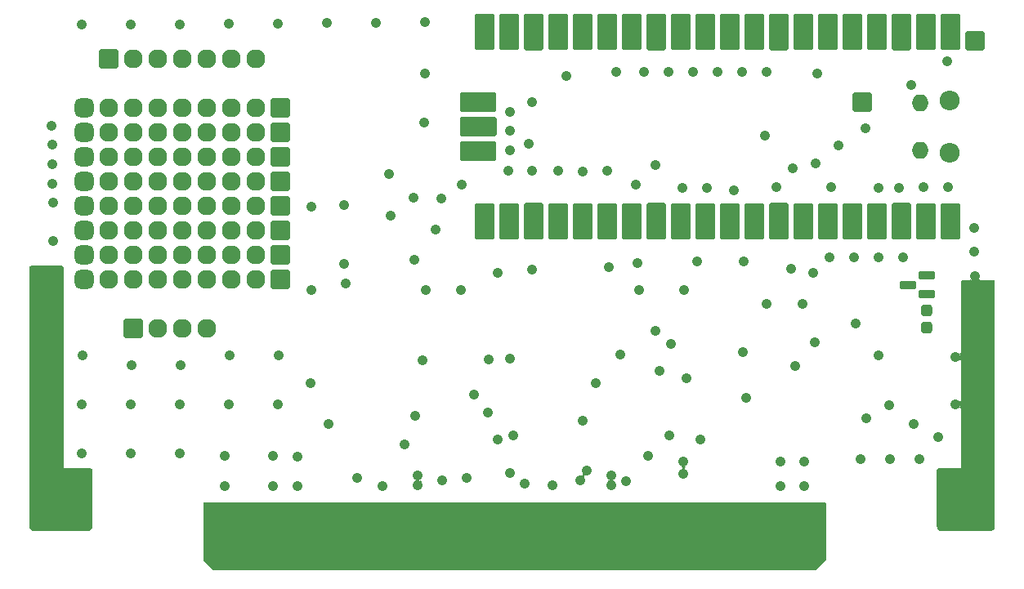
<source format=gts>
G04 #@! TF.GenerationSoftware,KiCad,Pcbnew,(6.0.6)*
G04 #@! TF.CreationDate,2022-06-29T23:38:15+02:00*
G04 #@! TF.ProjectId,picocart64_v1_lite,7069636f-6361-4727-9436-345f76315f6c,rev?*
G04 #@! TF.SameCoordinates,Original*
G04 #@! TF.FileFunction,Soldermask,Top*
G04 #@! TF.FilePolarity,Negative*
%FSLAX46Y46*%
G04 Gerber Fmt 4.6, Leading zero omitted, Abs format (unit mm)*
G04 Created by KiCad (PCBNEW (6.0.6)) date 2022-06-29 23:38:15*
%MOMM*%
%LPD*%
G01*
G04 APERTURE LIST*
G04 Aperture macros list*
%AMRoundRect*
0 Rectangle with rounded corners*
0 $1 Rounding radius*
0 $2 $3 $4 $5 $6 $7 $8 $9 X,Y pos of 4 corners*
0 Add a 4 corners polygon primitive as box body*
4,1,4,$2,$3,$4,$5,$6,$7,$8,$9,$2,$3,0*
0 Add four circle primitives for the rounded corners*
1,1,$1+$1,$2,$3*
1,1,$1+$1,$4,$5*
1,1,$1+$1,$6,$7*
1,1,$1+$1,$8,$9*
0 Add four rect primitives between the rounded corners*
20,1,$1+$1,$2,$3,$4,$5,0*
20,1,$1+$1,$4,$5,$6,$7,0*
20,1,$1+$1,$6,$7,$8,$9,0*
20,1,$1+$1,$8,$9,$2,$3,0*%
G04 Aperture macros list end*
%ADD10C,2.760000*%
%ADD11RoundRect,0.130000X0.850000X0.850000X-0.850000X0.850000X-0.850000X-0.850000X0.850000X-0.850000X0*%
%ADD12RoundRect,0.130000X0.850000X-0.850000X0.850000X0.850000X-0.850000X0.850000X-0.850000X-0.850000X0*%
%ADD13O,1.960000X1.960000*%
%ADD14RoundRect,0.555000X0.425000X-0.425000X0.425000X0.425000X-0.425000X0.425000X-0.425000X-0.425000X0*%
%ADD15RoundRect,0.367500X-0.237500X0.250000X-0.237500X-0.250000X0.237500X-0.250000X0.237500X0.250000X0*%
%ADD16O,2.060000X2.060000*%
%ADD17O,1.760000X1.760000*%
%ADD18RoundRect,0.130000X-0.850000X1.750000X-0.850000X-1.750000X0.850000X-1.750000X0.850000X1.750000X0*%
%ADD19RoundRect,0.130000X-0.850000X0.850000X-0.850000X-0.850000X0.850000X-0.850000X0.850000X0.850000X0*%
%ADD20RoundRect,0.130000X-1.750000X-0.850000X1.750000X-0.850000X1.750000X0.850000X-1.750000X0.850000X0*%
%ADD21RoundRect,0.280000X0.587500X0.150000X-0.587500X0.150000X-0.587500X-0.150000X0.587500X-0.150000X0*%
%ADD22C,1.060000*%
G04 APERTURE END LIST*
D10*
X102850000Y-112600000D03*
X197650000Y-112600000D03*
D11*
X197939990Y-65199997D03*
X186300000Y-71550000D03*
D12*
X110705000Y-95000000D03*
D13*
X113245000Y-95000000D03*
X115785000Y-95000000D03*
X118325000Y-95000000D03*
X115785000Y-74680000D03*
X110705000Y-79760000D03*
X108165000Y-89920000D03*
X115785000Y-72140000D03*
X108165000Y-82300000D03*
X110705000Y-84840000D03*
X115785000Y-84840000D03*
X123405000Y-77220000D03*
X118325000Y-72140000D03*
X108165000Y-72140000D03*
X120865000Y-77220000D03*
X108165000Y-84840000D03*
X110705000Y-72140000D03*
X123405000Y-82300000D03*
X113245000Y-74680000D03*
X108165000Y-77220000D03*
X115785000Y-79760000D03*
X118325000Y-77220000D03*
X115785000Y-82300000D03*
X120865000Y-89920000D03*
X120865000Y-87380000D03*
X120865000Y-84840000D03*
X113245000Y-77220000D03*
X115785000Y-87380000D03*
X110705000Y-82300000D03*
X108165000Y-87380000D03*
X118325000Y-79760000D03*
X110705000Y-74680000D03*
X108165000Y-79760000D03*
X123405000Y-79760000D03*
X113245000Y-87380000D03*
X115785000Y-89920000D03*
X110705000Y-77220000D03*
X123405000Y-72140000D03*
X120865000Y-72140000D03*
X113245000Y-79760000D03*
X113245000Y-72140000D03*
X123405000Y-87380000D03*
X115785000Y-77220000D03*
X123405000Y-84840000D03*
X113245000Y-84840000D03*
X113245000Y-82300000D03*
X118325000Y-89920000D03*
X118325000Y-87380000D03*
X118325000Y-82300000D03*
X108165000Y-74680000D03*
X110705000Y-89920000D03*
X110705000Y-87380000D03*
X113245000Y-89920000D03*
X120865000Y-79760000D03*
X123405000Y-74680000D03*
X120865000Y-82300000D03*
X120865000Y-74680000D03*
X123405000Y-89920000D03*
X118325000Y-84840000D03*
X118325000Y-74680000D03*
D14*
X105625000Y-79760000D03*
X105625000Y-72140000D03*
X105625000Y-87380000D03*
X105625000Y-89920000D03*
X105625000Y-84840000D03*
X105625000Y-82300000D03*
X105625000Y-74680000D03*
X105625000Y-77220000D03*
D12*
X125945000Y-87380000D03*
X125945000Y-74680000D03*
X125945000Y-72140000D03*
X125945000Y-89920000D03*
X125945000Y-84840000D03*
X125945000Y-82300000D03*
X125945000Y-77220000D03*
X125945000Y-79760000D03*
D15*
X192925000Y-93097500D03*
X192925000Y-94922500D03*
D16*
X195288600Y-76800000D03*
D17*
X192258600Y-76500000D03*
D16*
X195288600Y-71350000D03*
D17*
X192258600Y-71650000D03*
D18*
X195418600Y-64285000D03*
D13*
X195418600Y-65185000D03*
X192878600Y-65185000D03*
D18*
X192878600Y-64285000D03*
X190338600Y-64285000D03*
D19*
X190338600Y-65185000D03*
D13*
X187798600Y-65185000D03*
D18*
X187798600Y-64285000D03*
D13*
X185258600Y-65185000D03*
D18*
X185258600Y-64285000D03*
X182718600Y-64285000D03*
D13*
X182718600Y-65185000D03*
X180178600Y-65185000D03*
D18*
X180178600Y-64285000D03*
D19*
X177638600Y-65185000D03*
D18*
X177638600Y-64285000D03*
X175098600Y-64285000D03*
D13*
X175098600Y-65185000D03*
X172558600Y-65185000D03*
D18*
X172558600Y-64285000D03*
D13*
X170018600Y-65185000D03*
D18*
X170018600Y-64285000D03*
D13*
X167478600Y-65185000D03*
D18*
X167478600Y-64285000D03*
D19*
X164938600Y-65185000D03*
D18*
X164938600Y-64285000D03*
X162398600Y-64285000D03*
D13*
X162398600Y-65185000D03*
X159858600Y-65185000D03*
D18*
X159858600Y-64285000D03*
X157318600Y-64285000D03*
D13*
X157318600Y-65185000D03*
X154778600Y-65185000D03*
D18*
X154778600Y-64285000D03*
X152238600Y-64285000D03*
D19*
X152238600Y-65185000D03*
D13*
X149698600Y-65185000D03*
D18*
X149698600Y-64285000D03*
X147158600Y-64285000D03*
D13*
X147158600Y-65185000D03*
X147158600Y-82965000D03*
D18*
X147158600Y-83865000D03*
D13*
X149698600Y-82965000D03*
D18*
X149698600Y-83865000D03*
X152238600Y-83865000D03*
D19*
X152238600Y-82965000D03*
D18*
X154778600Y-83865000D03*
D13*
X154778600Y-82965000D03*
X157318600Y-82965000D03*
D18*
X157318600Y-83865000D03*
D13*
X159858600Y-82965000D03*
D18*
X159858600Y-83865000D03*
D13*
X162398600Y-82965000D03*
D18*
X162398600Y-83865000D03*
D19*
X164938600Y-82965000D03*
D18*
X164938600Y-83865000D03*
X167478600Y-83865000D03*
D13*
X167478600Y-82965000D03*
X170018600Y-82965000D03*
D18*
X170018600Y-83865000D03*
D13*
X172558600Y-82965000D03*
D18*
X172558600Y-83865000D03*
X175098600Y-83865000D03*
D13*
X175098600Y-82965000D03*
D19*
X177638600Y-82965000D03*
D18*
X177638600Y-83865000D03*
X180178600Y-83865000D03*
D13*
X180178600Y-82965000D03*
X182718600Y-82965000D03*
D18*
X182718600Y-83865000D03*
D13*
X185258600Y-82965000D03*
D18*
X185258600Y-83865000D03*
D13*
X187798600Y-82965000D03*
D18*
X187798600Y-83865000D03*
D19*
X190338600Y-82965000D03*
D18*
X190338600Y-83865000D03*
D13*
X192878600Y-82965000D03*
D18*
X192878600Y-83865000D03*
X195418600Y-83865000D03*
D13*
X195418600Y-82965000D03*
D20*
X146488600Y-71535000D03*
D13*
X147388600Y-71535000D03*
D19*
X147388600Y-74075000D03*
D20*
X146488600Y-74075000D03*
D13*
X147388600Y-76615000D03*
D20*
X146488600Y-76615000D03*
D12*
X108165000Y-67060000D03*
D13*
X110705000Y-67060000D03*
X113245000Y-67060000D03*
X115785000Y-67060000D03*
X118325000Y-67060000D03*
X120865000Y-67060000D03*
X123405000Y-67060000D03*
D21*
X192912500Y-91410000D03*
X192912500Y-89510000D03*
X191037500Y-90460000D03*
D22*
X180250000Y-111350000D03*
X180250000Y-108800000D03*
X177750000Y-111350000D03*
X177750000Y-108750000D03*
X167750000Y-108800000D03*
X167750000Y-110050000D03*
X127750000Y-111350000D03*
X127750000Y-108250000D03*
X125250000Y-108150000D03*
X125250000Y-111350000D03*
X120250000Y-111350000D03*
X120250000Y-108200000D03*
X130810000Y-63336550D03*
X141075000Y-91006500D03*
X140905318Y-73660000D03*
X181610000Y-68538966D03*
X115589704Y-102837791D03*
X185420000Y-87607667D03*
X190500000Y-87630000D03*
X105410000Y-63500000D03*
X101425000Y-92053295D03*
X177380000Y-80364914D03*
X192620000Y-80364914D03*
X110490000Y-107937495D03*
X115570000Y-107917791D03*
X187960000Y-87627371D03*
X197953903Y-92060000D03*
X157275000Y-78710000D03*
X168075000Y-100110000D03*
X180047000Y-92460000D03*
X189175000Y-108563500D03*
X181375000Y-96410000D03*
X137275000Y-79010000D03*
X138825000Y-107010000D03*
X105429704Y-102870000D03*
X148475000Y-89210000D03*
X164825000Y-78010000D03*
X129150000Y-100650000D03*
X125730000Y-102814488D03*
X183075000Y-80308167D03*
X152075000Y-78610000D03*
X102356903Y-77960000D03*
X110545560Y-98779704D03*
X102322855Y-75960000D03*
X179275000Y-98910000D03*
X115570000Y-63459124D03*
X162975000Y-88210000D03*
X101384142Y-89553295D03*
X176375000Y-68410000D03*
X197872187Y-87060000D03*
X132600000Y-88300000D03*
X101596097Y-107053295D03*
X173925000Y-97460000D03*
X179075000Y-78410000D03*
X167775000Y-91006500D03*
X102288806Y-73960000D03*
X187958792Y-80395000D03*
X120650000Y-63418266D03*
X172975000Y-80710000D03*
X164075000Y-108210000D03*
X162775000Y-80110000D03*
X197831329Y-84560000D03*
X115625560Y-98760000D03*
X149775000Y-98110000D03*
X147475000Y-103710000D03*
X171295000Y-68432806D03*
X195160000Y-80336540D03*
X176175000Y-75010000D03*
X195075000Y-67260000D03*
X102390951Y-79960000D03*
X185575000Y-94510000D03*
X159875000Y-78610000D03*
X139875000Y-87910000D03*
X173835000Y-68421403D03*
X149776384Y-74510000D03*
X149748011Y-72510000D03*
X190080000Y-80393288D03*
X195875000Y-97910000D03*
X163679048Y-68410000D03*
X120669704Y-102818088D03*
X168755000Y-68432805D03*
X137375000Y-83310000D03*
X139975000Y-104010000D03*
X144675000Y-91006500D03*
X197913045Y-89560000D03*
X169125000Y-88015000D03*
X198076477Y-99560000D03*
X129200000Y-82350000D03*
X120705560Y-97738088D03*
X135890000Y-63295692D03*
X183825000Y-76010000D03*
X197994761Y-94560000D03*
X159975000Y-88610000D03*
X152075000Y-71510000D03*
X195875000Y-102870000D03*
X101465858Y-94553295D03*
X181164600Y-89208800D03*
X182880000Y-87587963D03*
X191325000Y-69760000D03*
X169531400Y-106480800D03*
X101588432Y-102053295D03*
X198124999Y-104560000D03*
X154775000Y-78610000D03*
X192175000Y-108563500D03*
X198125000Y-107060000D03*
X102425000Y-85960000D03*
X152075000Y-88910000D03*
X102425000Y-81960000D03*
X149575000Y-78610000D03*
X101547574Y-99553295D03*
X170180000Y-80400496D03*
X140946176Y-68580000D03*
X186575000Y-74260000D03*
X150075000Y-106110000D03*
X166300000Y-106050000D03*
X142075000Y-84710000D03*
X140727800Y-98251200D03*
X125730000Y-63377408D03*
X105410000Y-107950000D03*
X186075000Y-108563500D03*
X132600000Y-82200000D03*
X173975000Y-88010000D03*
X187960000Y-97759352D03*
X105465560Y-97790000D03*
X110509704Y-102857495D03*
X160775000Y-68410000D03*
X101506716Y-97053295D03*
X198035619Y-97060000D03*
X151675000Y-75810000D03*
X167640000Y-80424141D03*
X163175000Y-91006500D03*
X166179048Y-68410000D03*
X139775000Y-81410000D03*
X101596096Y-104553295D03*
X198117335Y-102060000D03*
X155575000Y-68810000D03*
X149804758Y-76510000D03*
X129200000Y-91006500D03*
X125765856Y-97734488D03*
X110490000Y-63499982D03*
X140970000Y-63254834D03*
X174225000Y-102210000D03*
X130950000Y-104850000D03*
X136575000Y-111310000D03*
X142675000Y-81510000D03*
X160241000Y-110259000D03*
X140241000Y-110259000D03*
X140241000Y-111259000D03*
X160241000Y-111252000D03*
X144775000Y-80110000D03*
X133975000Y-110510000D03*
X194175000Y-106210000D03*
X191575000Y-104910000D03*
X189075000Y-102910000D03*
X186675000Y-104260000D03*
X165275000Y-99360000D03*
X166425000Y-96610000D03*
X146075000Y-101810000D03*
X147575000Y-98210000D03*
X142750000Y-110700000D03*
X164825000Y-95210000D03*
X145250000Y-110510000D03*
X161175000Y-97660000D03*
X151275000Y-111110000D03*
X154200000Y-111200000D03*
X158625000Y-100660000D03*
X181400000Y-77855000D03*
X178875000Y-88810000D03*
X176375000Y-92410000D03*
X161775000Y-110810000D03*
X148475000Y-106510000D03*
X149775000Y-110010000D03*
X157050000Y-110750000D03*
X157750000Y-109700000D03*
X157325000Y-104510000D03*
X132750000Y-90350000D03*
G36*
X199942121Y-90020002D02*
G01*
X199988614Y-90073658D01*
X200000000Y-90126000D01*
X200000000Y-109728000D01*
X199979998Y-109796121D01*
X199926342Y-109842614D01*
X199874000Y-109854000D01*
X196503088Y-109854000D01*
X196496906Y-109853848D01*
X196481291Y-109853081D01*
X196468985Y-109851869D01*
X196456574Y-109850028D01*
X196444448Y-109847616D01*
X196432267Y-109844565D01*
X196420435Y-109840976D01*
X196408629Y-109836752D01*
X196397202Y-109832019D01*
X196385859Y-109826654D01*
X196374948Y-109820822D01*
X196364190Y-109814373D01*
X196353921Y-109807511D01*
X196343837Y-109800033D01*
X196334267Y-109792179D01*
X196324975Y-109783756D01*
X196316244Y-109775025D01*
X196307821Y-109765733D01*
X196299967Y-109756163D01*
X196292489Y-109746079D01*
X196285627Y-109735810D01*
X196279178Y-109725052D01*
X196273346Y-109714141D01*
X196267981Y-109702798D01*
X196263248Y-109691371D01*
X196259024Y-109679565D01*
X196255435Y-109667733D01*
X196252650Y-109656614D01*
X196255501Y-109585674D01*
X196296253Y-109527538D01*
X196361966Y-109500663D01*
X196374874Y-109500000D01*
X196481885Y-109500000D01*
X196497124Y-109495525D01*
X196498329Y-109494135D01*
X196500000Y-109486452D01*
X196500000Y-90126000D01*
X196520002Y-90057879D01*
X196573658Y-90011386D01*
X196626000Y-90000000D01*
X199874000Y-90000000D01*
X199942121Y-90020002D01*
G37*
G36*
X103442121Y-88520002D02*
G01*
X103488614Y-88573658D01*
X103500000Y-88626000D01*
X103500000Y-109481885D01*
X103504475Y-109497124D01*
X103505865Y-109498329D01*
X103513548Y-109500000D01*
X103520838Y-109500000D01*
X103588959Y-109520002D01*
X103635452Y-109573658D01*
X103645556Y-109643932D01*
X103616062Y-109708512D01*
X103556336Y-109746896D01*
X103539329Y-109750636D01*
X103531018Y-109751869D01*
X103518709Y-109753081D01*
X103503094Y-109753848D01*
X103496912Y-109754000D01*
X100126000Y-109754000D01*
X100057879Y-109733998D01*
X100011386Y-109680342D01*
X100000000Y-109628000D01*
X100000000Y-88626000D01*
X100020002Y-88557879D01*
X100073658Y-88511386D01*
X100126000Y-88500000D01*
X103374000Y-88500000D01*
X103442121Y-88520002D01*
G37*
G36*
X182442121Y-113020002D02*
G01*
X182488614Y-113073658D01*
X182500000Y-113126000D01*
X182500000Y-118947810D01*
X182479998Y-119015931D01*
X182463095Y-119036905D01*
X181536905Y-119963095D01*
X181474593Y-119997121D01*
X181447810Y-120000000D01*
X119052190Y-120000000D01*
X118984069Y-119979998D01*
X118963095Y-119963095D01*
X118036905Y-119036905D01*
X118002879Y-118974593D01*
X118000000Y-118947810D01*
X118000000Y-113126000D01*
X118020002Y-113057879D01*
X118073658Y-113011386D01*
X118126000Y-113000000D01*
X182374000Y-113000000D01*
X182442121Y-113020002D01*
G37*
G36*
X199942121Y-109266002D02*
G01*
X199988614Y-109319658D01*
X200000000Y-109372000D01*
X200000000Y-115491742D01*
X199998922Y-115508188D01*
X199985128Y-115612963D01*
X199976615Y-115644735D01*
X199939361Y-115734674D01*
X199922914Y-115763160D01*
X199863651Y-115840393D01*
X199840393Y-115863651D01*
X199763160Y-115922914D01*
X199734674Y-115939361D01*
X199644735Y-115976615D01*
X199612963Y-115985128D01*
X199508188Y-115998922D01*
X199491742Y-116000000D01*
X194508258Y-116000000D01*
X194491812Y-115998922D01*
X194387037Y-115985128D01*
X194355265Y-115976615D01*
X194265326Y-115939361D01*
X194236840Y-115922914D01*
X194159607Y-115863651D01*
X194136349Y-115840393D01*
X194077086Y-115763160D01*
X194060639Y-115734674D01*
X194023385Y-115644735D01*
X194014872Y-115612963D01*
X194001078Y-115508188D01*
X194000000Y-115491742D01*
X194000000Y-109626000D01*
X194020002Y-109557879D01*
X194073658Y-109511386D01*
X194126000Y-109500000D01*
X196481885Y-109500000D01*
X196497124Y-109495525D01*
X196498329Y-109494135D01*
X196500000Y-109486452D01*
X196500000Y-109372000D01*
X196520002Y-109303879D01*
X196573658Y-109257386D01*
X196626000Y-109246000D01*
X199874000Y-109246000D01*
X199942121Y-109266002D01*
G37*
G36*
X103442121Y-109266002D02*
G01*
X103488614Y-109319658D01*
X103500000Y-109372000D01*
X103500000Y-109481885D01*
X103504475Y-109497124D01*
X103505865Y-109498329D01*
X103513548Y-109500000D01*
X106374000Y-109500000D01*
X106442121Y-109520002D01*
X106488614Y-109573658D01*
X106500000Y-109626000D01*
X106500000Y-115491742D01*
X106498922Y-115508188D01*
X106485128Y-115612963D01*
X106476615Y-115644735D01*
X106439361Y-115734674D01*
X106422914Y-115763160D01*
X106363651Y-115840393D01*
X106340393Y-115863651D01*
X106263160Y-115922914D01*
X106234674Y-115939361D01*
X106144735Y-115976615D01*
X106112963Y-115985128D01*
X106008188Y-115998922D01*
X105991742Y-116000000D01*
X100508258Y-116000000D01*
X100491812Y-115998922D01*
X100387037Y-115985128D01*
X100355265Y-115976615D01*
X100265326Y-115939361D01*
X100236840Y-115922914D01*
X100159607Y-115863651D01*
X100136349Y-115840393D01*
X100077086Y-115763160D01*
X100060639Y-115734674D01*
X100023385Y-115644735D01*
X100014872Y-115612963D01*
X100001078Y-115508188D01*
X100000000Y-115491742D01*
X100000000Y-109372000D01*
X100020002Y-109303879D01*
X100073658Y-109257386D01*
X100126000Y-109246000D01*
X103374000Y-109246000D01*
X103442121Y-109266002D01*
G37*
G36*
X182480771Y-112993068D02*
G01*
X182499430Y-112998068D01*
X182500718Y-112999356D01*
X182501000Y-112999356D01*
X182501932Y-113000570D01*
X182506932Y-113019231D01*
X182507000Y-113019749D01*
X182507000Y-118980253D01*
X182506932Y-118980771D01*
X182501932Y-118999432D01*
X182501510Y-118999854D01*
X182501535Y-118999879D01*
X182501535Y-119000915D01*
X182499000Y-119010375D01*
X182498654Y-119011075D01*
X182498167Y-119011709D01*
X182497995Y-119011905D01*
X181518916Y-119990984D01*
X181518502Y-119991302D01*
X181501769Y-120000963D01*
X181501169Y-120000963D01*
X181501169Y-120001000D01*
X181500437Y-120001732D01*
X181491957Y-120006628D01*
X181491219Y-120006879D01*
X181490431Y-120006983D01*
X181490169Y-120007000D01*
X119019749Y-120007000D01*
X119019231Y-120006932D01*
X119000571Y-120001932D01*
X119000146Y-120001507D01*
X119000119Y-120001533D01*
X118999083Y-120001533D01*
X118989625Y-119998999D01*
X118988926Y-119998654D01*
X118988290Y-119998166D01*
X118988093Y-119997993D01*
X118009016Y-119018916D01*
X118008698Y-119018502D01*
X117999037Y-119001769D01*
X117999037Y-119001169D01*
X117999000Y-119001169D01*
X117998268Y-119000437D01*
X117997599Y-118999279D01*
X118002000Y-118999279D01*
X118002183Y-118999355D01*
X119000904Y-119998076D01*
X119001089Y-119998000D01*
X181499279Y-119998000D01*
X181499355Y-119997817D01*
X182498076Y-118999096D01*
X182498000Y-118998914D01*
X182498000Y-113002000D01*
X118002000Y-113002000D01*
X118002000Y-118999279D01*
X117997599Y-118999279D01*
X117993372Y-118991957D01*
X117993121Y-118991219D01*
X117993017Y-118990431D01*
X117993000Y-118990169D01*
X117993000Y-113019749D01*
X117993068Y-113019231D01*
X117998068Y-113000570D01*
X117999356Y-112999282D01*
X117999356Y-112999000D01*
X118000570Y-112998068D01*
X118019231Y-112993068D01*
X118019749Y-112993000D01*
X182480253Y-112993000D01*
X182480771Y-112993068D01*
G37*
G36*
X197428783Y-89758770D02*
G01*
X197455798Y-89823990D01*
X197539705Y-89933340D01*
X197624510Y-89998413D01*
X197625275Y-90000261D01*
X197624057Y-90001848D01*
X197623292Y-90002000D01*
X196502000Y-90002000D01*
X196502000Y-109500000D01*
X196501000Y-109501732D01*
X196500000Y-109502000D01*
X194002000Y-109502000D01*
X194002000Y-115499868D01*
X194018986Y-115628888D01*
X194068733Y-115748990D01*
X194147874Y-115852126D01*
X194251010Y-115931267D01*
X194371112Y-115981014D01*
X194500132Y-115998000D01*
X199499868Y-115998000D01*
X199628888Y-115981014D01*
X199748990Y-115931267D01*
X199852126Y-115852126D01*
X199931267Y-115748990D01*
X199981014Y-115628888D01*
X199998000Y-115499868D01*
X199998000Y-90002000D01*
X198202798Y-90002000D01*
X198201066Y-90001000D01*
X198201066Y-89999000D01*
X198201580Y-89998413D01*
X198286385Y-89933340D01*
X198370292Y-89823990D01*
X198385012Y-89788451D01*
X198386599Y-89787233D01*
X198388447Y-89787998D01*
X198388846Y-89789456D01*
X198379602Y-89865844D01*
X198409646Y-89936279D01*
X198470939Y-89982299D01*
X198526249Y-89993000D01*
X199980253Y-89993000D01*
X199980771Y-89993068D01*
X199999430Y-89998068D01*
X200000718Y-89999356D01*
X200001000Y-89999356D01*
X200001932Y-90000570D01*
X200006932Y-90019231D01*
X200007000Y-90019749D01*
X200007000Y-115495088D01*
X200006996Y-115495219D01*
X200006312Y-115505649D01*
X200006299Y-115505779D01*
X199991186Y-115620576D01*
X199991135Y-115620833D01*
X199985751Y-115640926D01*
X199985667Y-115641173D01*
X199943243Y-115743595D01*
X199943127Y-115743830D01*
X199932727Y-115761842D01*
X199932582Y-115762060D01*
X199865089Y-115850018D01*
X199864916Y-115850214D01*
X199850214Y-115864916D01*
X199850018Y-115865089D01*
X199762060Y-115932582D01*
X199761842Y-115932727D01*
X199743830Y-115943127D01*
X199743595Y-115943243D01*
X199641173Y-115985667D01*
X199640926Y-115985751D01*
X199620833Y-115991135D01*
X199620576Y-115991186D01*
X199505779Y-116006299D01*
X199505649Y-116006312D01*
X199495219Y-116006996D01*
X199495088Y-116007000D01*
X194504912Y-116007000D01*
X194504781Y-116006996D01*
X194494351Y-116006312D01*
X194494221Y-116006299D01*
X194379424Y-115991186D01*
X194379167Y-115991135D01*
X194359074Y-115985751D01*
X194358827Y-115985667D01*
X194256405Y-115943243D01*
X194256170Y-115943127D01*
X194238158Y-115932727D01*
X194237940Y-115932582D01*
X194149982Y-115865089D01*
X194149786Y-115864916D01*
X194135084Y-115850214D01*
X194134911Y-115850018D01*
X194067418Y-115762060D01*
X194067273Y-115761842D01*
X194056873Y-115743830D01*
X194056757Y-115743595D01*
X194014333Y-115641173D01*
X194014249Y-115640926D01*
X194008865Y-115620833D01*
X194008814Y-115620576D01*
X193993701Y-115505779D01*
X193993688Y-115505649D01*
X193993004Y-115495219D01*
X193993000Y-115495088D01*
X193993000Y-109519749D01*
X193993068Y-109519231D01*
X193998068Y-109500570D01*
X193999356Y-109499282D01*
X193999356Y-109499000D01*
X194000570Y-109498068D01*
X194019231Y-109493068D01*
X194019749Y-109493000D01*
X196344737Y-109493000D01*
X196418967Y-109473110D01*
X196473110Y-109418967D01*
X196493000Y-109344737D01*
X196493000Y-103356626D01*
X196473110Y-103282397D01*
X196418967Y-103228253D01*
X196345001Y-103208434D01*
X196270863Y-103228299D01*
X196257639Y-103237644D01*
X196255648Y-103237827D01*
X196254493Y-103236194D01*
X196254898Y-103234793D01*
X196332247Y-103133990D01*
X196384992Y-103006652D01*
X196402983Y-102870000D01*
X196384992Y-102733348D01*
X196332247Y-102606010D01*
X196252746Y-102502402D01*
X196252485Y-102500419D01*
X196254072Y-102499201D01*
X196255232Y-102499397D01*
X196315003Y-102529458D01*
X196391449Y-102525051D01*
X196455450Y-102483011D01*
X196489930Y-102414452D01*
X196493000Y-102384498D01*
X196493000Y-98396626D01*
X196473110Y-98322397D01*
X196418967Y-98268253D01*
X196345001Y-98248434D01*
X196270863Y-98268299D01*
X196257639Y-98277644D01*
X196255648Y-98277827D01*
X196254493Y-98276194D01*
X196254898Y-98274793D01*
X196332247Y-98173990D01*
X196384992Y-98046652D01*
X196402983Y-97910000D01*
X196384992Y-97773348D01*
X196332247Y-97646010D01*
X196252746Y-97542402D01*
X196252485Y-97540419D01*
X196254072Y-97539201D01*
X196255232Y-97539397D01*
X196315003Y-97569458D01*
X196391449Y-97565051D01*
X196455450Y-97523011D01*
X196489930Y-97454452D01*
X196493000Y-97424498D01*
X196493000Y-90019749D01*
X196493068Y-90019231D01*
X196498068Y-90000570D01*
X196499356Y-89999282D01*
X196499356Y-89999000D01*
X196500570Y-89998068D01*
X196519231Y-89993068D01*
X196519749Y-89993000D01*
X197298220Y-89993000D01*
X197372450Y-89973110D01*
X197426593Y-89918967D01*
X197446436Y-89844911D01*
X197437409Y-89793974D01*
X197425057Y-89760222D01*
X197425401Y-89758252D01*
X197427279Y-89757565D01*
X197428783Y-89758770D01*
G37*
G36*
X103480771Y-88493068D02*
G01*
X103499430Y-88498068D01*
X103500718Y-88499356D01*
X103501000Y-88499356D01*
X103501932Y-88500570D01*
X103506932Y-88519231D01*
X103507000Y-88519749D01*
X103507000Y-109344737D01*
X103526890Y-109418967D01*
X103581034Y-109473110D01*
X103655263Y-109493000D01*
X106480253Y-109493000D01*
X106480771Y-109493068D01*
X106499430Y-109498068D01*
X106500718Y-109499356D01*
X106501000Y-109499356D01*
X106501932Y-109500570D01*
X106506932Y-109519231D01*
X106507000Y-109519749D01*
X106507000Y-115495088D01*
X106506996Y-115495219D01*
X106506312Y-115505649D01*
X106506299Y-115505779D01*
X106491186Y-115620576D01*
X106491135Y-115620833D01*
X106485751Y-115640926D01*
X106485667Y-115641173D01*
X106443243Y-115743595D01*
X106443127Y-115743830D01*
X106432727Y-115761842D01*
X106432582Y-115762060D01*
X106365089Y-115850018D01*
X106364916Y-115850214D01*
X106350214Y-115864916D01*
X106350018Y-115865089D01*
X106262060Y-115932582D01*
X106261842Y-115932727D01*
X106243830Y-115943127D01*
X106243595Y-115943243D01*
X106141173Y-115985667D01*
X106140926Y-115985751D01*
X106120833Y-115991135D01*
X106120576Y-115991186D01*
X106005779Y-116006299D01*
X106005649Y-116006312D01*
X105995219Y-116006996D01*
X105995088Y-116007000D01*
X100504912Y-116007000D01*
X100504781Y-116006996D01*
X100494351Y-116006312D01*
X100494221Y-116006299D01*
X100379424Y-115991186D01*
X100379167Y-115991135D01*
X100359074Y-115985751D01*
X100358827Y-115985667D01*
X100256405Y-115943243D01*
X100256170Y-115943127D01*
X100238158Y-115932727D01*
X100237940Y-115932582D01*
X100149982Y-115865089D01*
X100149786Y-115864916D01*
X100135084Y-115850214D01*
X100134911Y-115850018D01*
X100067418Y-115762060D01*
X100067273Y-115761842D01*
X100056873Y-115743830D01*
X100056757Y-115743595D01*
X100014333Y-115641173D01*
X100014249Y-115640926D01*
X100008865Y-115620833D01*
X100008814Y-115620576D01*
X99993701Y-115505779D01*
X99993688Y-115505649D01*
X99993309Y-115499868D01*
X100002000Y-115499868D01*
X100018986Y-115628888D01*
X100068733Y-115748990D01*
X100147874Y-115852126D01*
X100251010Y-115931267D01*
X100371112Y-115981014D01*
X100500132Y-115998000D01*
X105999868Y-115998000D01*
X106128888Y-115981014D01*
X106248990Y-115931267D01*
X106352126Y-115852126D01*
X106431267Y-115748990D01*
X106481014Y-115628888D01*
X106498000Y-115499868D01*
X106498000Y-109502000D01*
X103500000Y-109502000D01*
X103498268Y-109501000D01*
X103498000Y-109500000D01*
X103498000Y-88502000D01*
X100002000Y-88502000D01*
X100002000Y-115499868D01*
X99993309Y-115499868D01*
X99993004Y-115495219D01*
X99993000Y-115495088D01*
X99993000Y-88519749D01*
X99993068Y-88519231D01*
X99998068Y-88500570D01*
X99999356Y-88499282D01*
X99999356Y-88499000D01*
X100000570Y-88498068D01*
X100019231Y-88493068D01*
X100019749Y-88493000D01*
X103480253Y-88493000D01*
X103480771Y-88493068D01*
G37*
G36*
X139900220Y-110657324D02*
G01*
X139977010Y-110716247D01*
X140075763Y-110757152D01*
X140076981Y-110758739D01*
X140076216Y-110760587D01*
X140075763Y-110760848D01*
X139977010Y-110801753D01*
X139891097Y-110867676D01*
X139889114Y-110867937D01*
X139887896Y-110866350D01*
X139888219Y-110864974D01*
X139927289Y-110806830D01*
X139932498Y-110730435D01*
X139898715Y-110661477D01*
X139897573Y-110660310D01*
X139897076Y-110658373D01*
X139898505Y-110656974D01*
X139900220Y-110657324D01*
G37*
G36*
X159897826Y-110655487D02*
G01*
X159977010Y-110716247D01*
X160067314Y-110753652D01*
X160068532Y-110755239D01*
X160067767Y-110757087D01*
X160067314Y-110757348D01*
X159977010Y-110794753D01*
X159887740Y-110863252D01*
X159885757Y-110863513D01*
X159884539Y-110861926D01*
X159884862Y-110860549D01*
X159923362Y-110803257D01*
X159928570Y-110726863D01*
X159894812Y-110657954D01*
X159894948Y-110655958D01*
X159896744Y-110655079D01*
X159897826Y-110655487D01*
G37*
G36*
X140595406Y-110650651D02*
G01*
X140595071Y-110652045D01*
X140555373Y-110709806D01*
X140549366Y-110786144D01*
X140582419Y-110855441D01*
X140585209Y-110858290D01*
X140585706Y-110860227D01*
X140584277Y-110861626D01*
X140582562Y-110861276D01*
X140504990Y-110801753D01*
X140406237Y-110760848D01*
X140405019Y-110759261D01*
X140405784Y-110757413D01*
X140406237Y-110757152D01*
X140504990Y-110716247D01*
X140592205Y-110649325D01*
X140594188Y-110649064D01*
X140595406Y-110650651D01*
G37*
G36*
X160598910Y-110647962D02*
G01*
X160598575Y-110649356D01*
X160559385Y-110706380D01*
X160553377Y-110782718D01*
X160586429Y-110852012D01*
X160587265Y-110852866D01*
X160587762Y-110854803D01*
X160586334Y-110856203D01*
X160584618Y-110855853D01*
X160504990Y-110794753D01*
X160414686Y-110757348D01*
X160413468Y-110755761D01*
X160414233Y-110753913D01*
X160414686Y-110753652D01*
X160504990Y-110716247D01*
X160595709Y-110646636D01*
X160597692Y-110646375D01*
X160598910Y-110647962D01*
G37*
G36*
X157326447Y-110007901D02*
G01*
X157376660Y-110073340D01*
X157486010Y-110157247D01*
X157613348Y-110209992D01*
X157625557Y-110211600D01*
X157627144Y-110212818D01*
X157626883Y-110214801D01*
X157625306Y-110215583D01*
X157561106Y-110215919D01*
X157494991Y-110254553D01*
X157457054Y-110321066D01*
X157457456Y-110397739D01*
X157477299Y-110440489D01*
X157477121Y-110442481D01*
X157475307Y-110443323D01*
X157473898Y-110442549D01*
X157423340Y-110376660D01*
X157313990Y-110292753D01*
X157186652Y-110240008D01*
X157177604Y-110238817D01*
X157176017Y-110237599D01*
X157176278Y-110235617D01*
X157177834Y-110234834D01*
X157240331Y-110233851D01*
X157306034Y-110194528D01*
X157343275Y-110127619D01*
X157342070Y-110050944D01*
X157323046Y-110009961D01*
X157323224Y-110007969D01*
X157325038Y-110007127D01*
X157326447Y-110007901D01*
G37*
G36*
X167613348Y-109309992D02*
G01*
X167750000Y-109327983D01*
X167886652Y-109309992D01*
X167963195Y-109278287D01*
X167965178Y-109278548D01*
X167965943Y-109280396D01*
X167964859Y-109281922D01*
X167944780Y-109292020D01*
X167887407Y-109343137D01*
X167863363Y-109415840D01*
X167878891Y-109490822D01*
X167929976Y-109548160D01*
X167941833Y-109555172D01*
X167971088Y-109570662D01*
X167972151Y-109572357D01*
X167971215Y-109574124D01*
X167969387Y-109574278D01*
X167886652Y-109540008D01*
X167750000Y-109522017D01*
X167613348Y-109540008D01*
X167533646Y-109573022D01*
X167531663Y-109572761D01*
X167530898Y-109570913D01*
X167531964Y-109569397D01*
X167555296Y-109557354D01*
X167612135Y-109505634D01*
X167635415Y-109432687D01*
X167619103Y-109357870D01*
X167567409Y-109301060D01*
X167558252Y-109295644D01*
X167525971Y-109278117D01*
X167524926Y-109276411D01*
X167525880Y-109274654D01*
X167527690Y-109274511D01*
X167613348Y-109309992D01*
G37*
M02*

</source>
